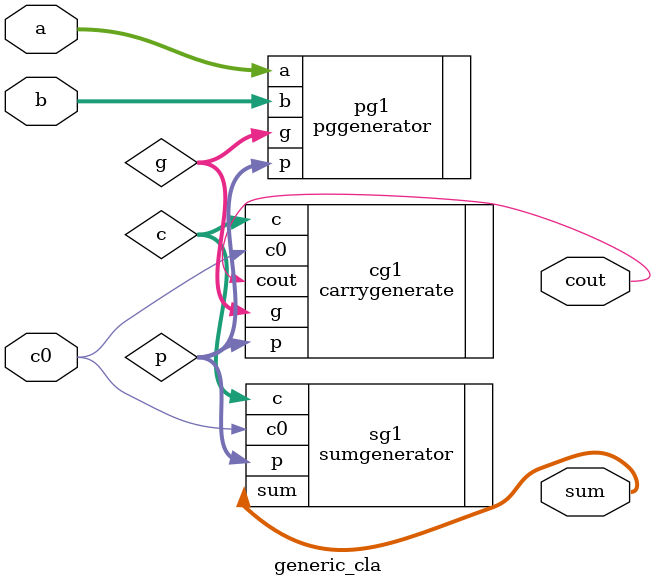
<source format=v>
module generic_cla (sum, cout, a, b, c0);

    //Output ports
    output [3:0] sum;
    output cout;

    //Input ports
    input [3:0] a, b;
    input c0;

    //Wires
    wire [3:0] g, p;
    wire [2:0] c;

    //Structural
    pggenerator pg1 (.g(g), .p(p), .a(a), .b(b));
    carrygenerate cg1 (.c0(c0), .c(c), .cout(cout), .g(g), .p(p));
    sumgenerator sg1 (.sum(sum), .c0(c0), .c(c), .p(p));
endmodule

</source>
